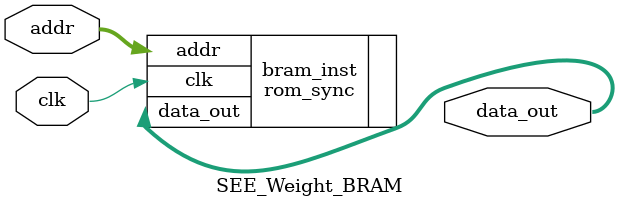
<source format=v>
`timescale 1ns / 1ps

module SEE_Weight_BRAM #(
    parameter WEIGHT_W = 8,
    parameter ADDR_W   = 10,
    parameter MEM_FILE = ""
)(
    input  wire                clk,
    input  wire [ADDR_W-1:0]   addr,
    output wire signed [WEIGHT_W-1:0] data_out
);

    rom_sync #(
        .DATA_WIDTH ( WEIGHT_W ),
        .ADDR_WIDTH ( ADDR_W   ),
        .MEM_FILE   ( MEM_FILE )
    ) bram_inst (
        .clk        ( clk      ),
        .addr       ( addr     ),
        .data_out   ( data_out )
    );

endmodule
</source>
